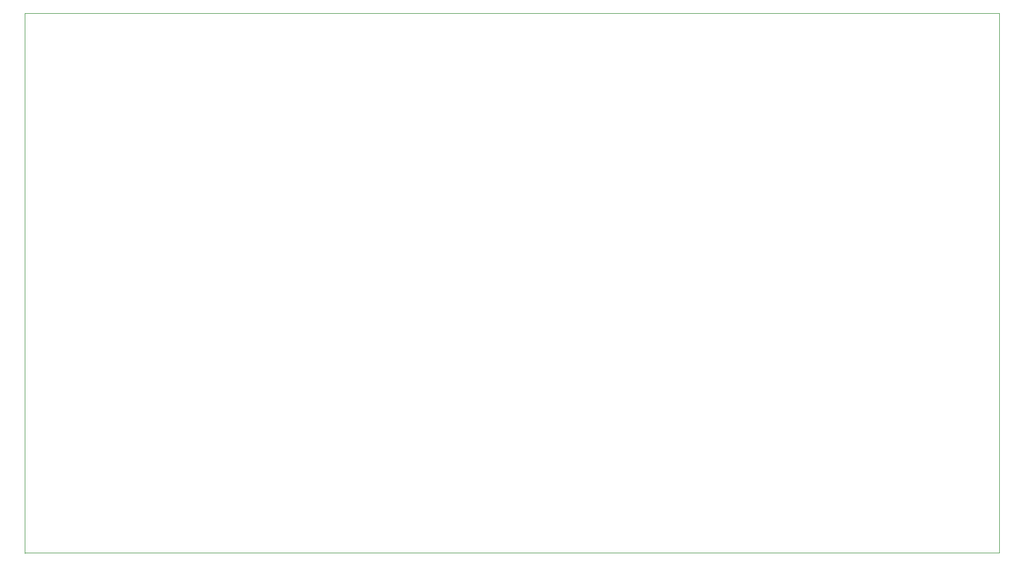
<source format=gm1>
G04 #@! TF.GenerationSoftware,KiCad,Pcbnew,(6.0.9)*
G04 #@! TF.CreationDate,2022-12-31T07:10:19+09:00*
G04 #@! TF.ProjectId,osso,6f73736f-2e6b-4696-9361-645f70636258,rev?*
G04 #@! TF.SameCoordinates,Original*
G04 #@! TF.FileFunction,Profile,NP*
%FSLAX46Y46*%
G04 Gerber Fmt 4.6, Leading zero omitted, Abs format (unit mm)*
G04 Created by KiCad (PCBNEW (6.0.9)) date 2022-12-31 07:10:19*
%MOMM*%
%LPD*%
G01*
G04 APERTURE LIST*
G04 #@! TA.AperFunction,Profile*
%ADD10C,0.050000*%
G04 #@! TD*
G04 APERTURE END LIST*
D10*
X73501100Y-63439850D02*
X73501100Y-146439850D01*
X73501100Y-146439850D02*
X73501100Y-146567350D01*
X223501100Y-146439850D02*
X223501100Y-63439850D01*
X73501100Y-146439850D02*
X223501100Y-146439850D01*
X73501100Y-63439850D02*
X223501100Y-63439850D01*
M02*

</source>
